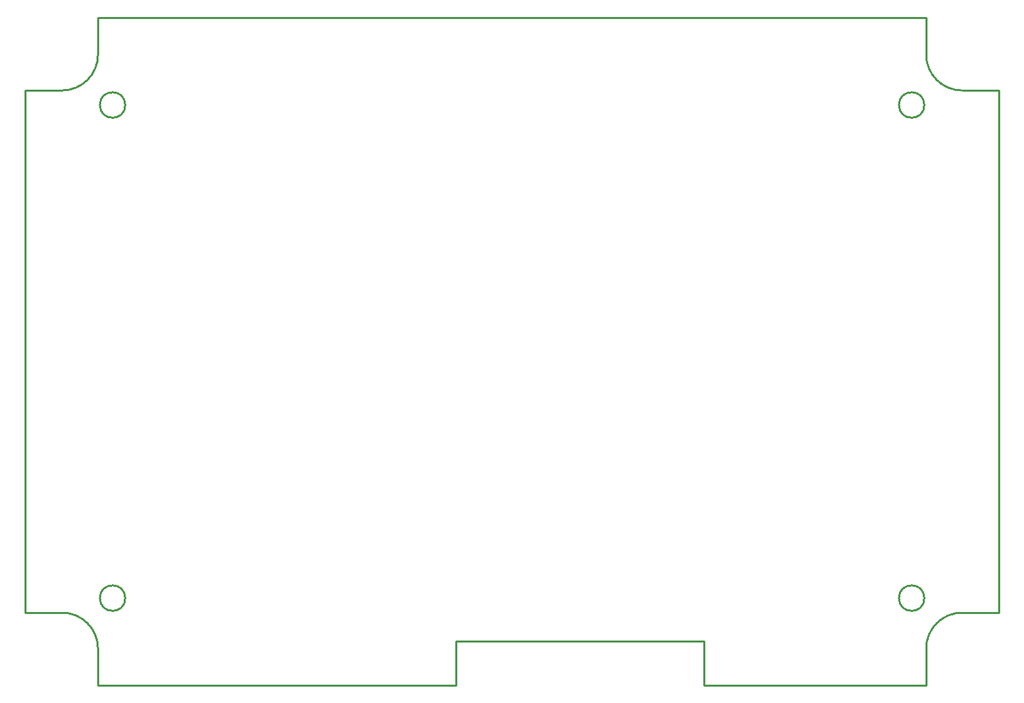
<source format=gm1>
G04*
G04 #@! TF.GenerationSoftware,Altium Limited,Altium Designer,19.0.8 (182)*
G04*
G04 Layer_Color=16711935*
%FSLAX25Y25*%
%MOIN*%
G70*
G01*
G75*
%ADD17C,0.01000*%
D17*
X49207Y42757D02*
G03*
X49207Y42757I-6250J0D01*
G01*
X441207Y284756D02*
G03*
X441207Y284756I-6250J0D01*
G01*
X18207Y291902D02*
G03*
X35812Y309507I0J17604D01*
G01*
X442103D02*
G03*
X459707Y291902I17604J0D01*
G01*
Y35611D02*
G03*
X442103Y18007I0J-17604D01*
G01*
X35812D02*
G03*
X18207Y35611I-17604J0D01*
G01*
X49207Y284756D02*
G03*
X49207Y284756I-6250J0D01*
G01*
X441207Y42757D02*
G03*
X441207Y42757I-6250J0D01*
G01*
X35825Y0D02*
X211500D01*
X333013Y13D02*
X442103D01*
X333000Y0D02*
Y21500D01*
X211500D02*
X333000D01*
X211500Y0D02*
Y21500D01*
X35812Y309507D02*
Y327500D01*
X442103Y309507D02*
Y327500D01*
X459707Y291902D02*
X477701D01*
Y35611D02*
Y291902D01*
X459707Y35611D02*
X477701D01*
X442103Y13D02*
Y18007D01*
X35812Y13D02*
Y18007D01*
X214Y35611D02*
X18207D01*
X214D02*
Y291902D01*
X18207D01*
X35812Y327500D02*
X442103D01*
M02*

</source>
